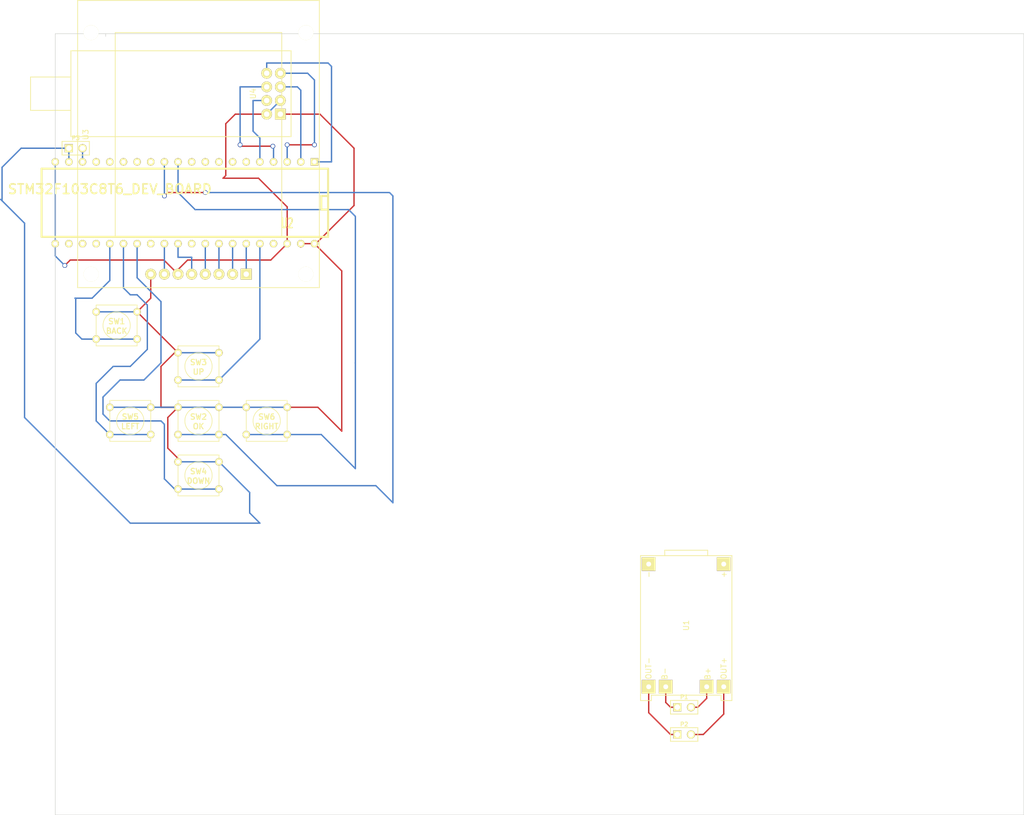
<source format=kicad_pcb>
(kicad_pcb (version 3) (host pcbnew "(2013-jul-07)-stable")

  (general
    (links 50)
    (no_connects 0)
    (area 110.224712 45.790999 303.580001 197.916001)
    (thickness 1.6)
    (drawings 6)
    (tracks 169)
    (zones 0)
    (modules 13)
    (nets 25)
  )

  (page A3)
  (layers
    (15 F.Cu signal)
    (0 B.Cu signal)
    (16 B.Adhes user)
    (17 F.Adhes user)
    (18 B.Paste user)
    (19 F.Paste user)
    (20 B.SilkS user)
    (21 F.SilkS user)
    (22 B.Mask user)
    (23 F.Mask user)
    (24 Dwgs.User user)
    (25 Cmts.User user)
    (26 Eco1.User user)
    (27 Eco2.User user)
    (28 Edge.Cuts user)
  )

  (setup
    (last_trace_width 0.254)
    (trace_clearance 0.254)
    (zone_clearance 0.508)
    (zone_45_only no)
    (trace_min 0.254)
    (segment_width 0.2)
    (edge_width 0.1)
    (via_size 0.889)
    (via_drill 0.635)
    (via_min_size 0.889)
    (via_min_drill 0.508)
    (uvia_size 0.508)
    (uvia_drill 0.127)
    (uvias_allowed no)
    (uvia_min_size 0.508)
    (uvia_min_drill 0.127)
    (pcb_text_width 0.3)
    (pcb_text_size 1.5 1.5)
    (mod_edge_width 0.15)
    (mod_text_size 1 1)
    (mod_text_width 0.15)
    (pad_size 2.8 2.8)
    (pad_drill 2.8)
    (pad_to_mask_clearance 0)
    (aux_axis_origin 0 0)
    (visible_elements FFFFFFBF)
    (pcbplotparams
      (layerselection 3178497)
      (usegerberextensions true)
      (excludeedgelayer true)
      (linewidth 0.150000)
      (plotframeref false)
      (viasonmask false)
      (mode 1)
      (useauxorigin false)
      (hpglpennumber 1)
      (hpglpenspeed 20)
      (hpglpendiameter 15)
      (hpglpenoverlay 2)
      (psnegative false)
      (psa4output false)
      (plotreference true)
      (plotvalue true)
      (plotothertext true)
      (plotinvisibletext false)
      (padsonsilk false)
      (subtractmaskfromsilk false)
      (outputformat 1)
      (mirror false)
      (drillshape 1)
      (scaleselection 1)
      (outputdirectory ""))
  )

  (net 0 "")
  (net 1 /BL)
  (net 2 /CS)
  (net 3 /CSN)
  (net 4 /DC)
  (net 5 /IRQ)
  (net 6 /RST)
  (net 7 /SPI1_MOSI)
  (net 8 /SPI1_SCK)
  (net 9 /SPI2_MISO)
  (net 10 /SPI2_MOSI)
  (net 11 /SPI2_SCK)
  (net 12 /SW_BACK)
  (net 13 /SW_DOWN)
  (net 14 /SW_LEFT)
  (net 15 /SW_OK)
  (net 16 /SW_RIGHT)
  (net 17 /SW_UP)
  (net 18 GND)
  (net 19 N-000006)
  (net 20 N-000007)
  (net 21 N-000008)
  (net 22 N-000009)
  (net 23 VCC)
  (net 24 VDD)

  (net_class Default "This is the default net class."
    (clearance 0.254)
    (trace_width 0.254)
    (via_dia 0.889)
    (via_drill 0.635)
    (uvia_dia 0.508)
    (uvia_drill 0.127)
    (add_net "")
    (add_net /BL)
    (add_net /CS)
    (add_net /CSN)
    (add_net /DC)
    (add_net /IRQ)
    (add_net /RST)
    (add_net /SPI1_MOSI)
    (add_net /SPI1_SCK)
    (add_net /SPI2_MISO)
    (add_net /SPI2_MOSI)
    (add_net /SPI2_SCK)
    (add_net /SW_BACK)
    (add_net /SW_DOWN)
    (add_net /SW_LEFT)
    (add_net /SW_OK)
    (add_net /SW_RIGHT)
    (add_net /SW_UP)
    (add_net GND)
    (add_net N-000006)
    (add_net N-000007)
    (add_net N-000008)
    (add_net N-000009)
    (add_net VCC)
    (add_net VDD)
  )

  (module TFT-1.8-128x160-SPI (layer F.Cu) (tedit 5721BE68) (tstamp 5721B901)
    (at 149.86 71.12 270)
    (path /5721AF44)
    (fp_text reference U3 (at 0 21 270) (layer F.SilkS)
      (effects (font (size 1 1) (thickness 0.15)))
    )
    (fp_text value TFT-1.8-128X160-SPI (at 0 0 270) (layer F.SilkS) hide
      (effects (font (size 1 1) (thickness 0.15)))
    )
    (fp_line (start -25 -22.5) (end 28.5 -22.5) (layer F.SilkS) (width 0.15))
    (fp_line (start -25 22.5) (end 28.5 22.5) (layer F.SilkS) (width 0.15))
    (fp_line (start 28.5 22.5) (end 28.5 -22.5) (layer F.SilkS) (width 0.15))
    (fp_line (start -19 15.5) (end -19 -15.5) (layer F.SilkS) (width 0.15))
    (fp_line (start -19 -15.5) (end 19 -15.5) (layer F.SilkS) (width 0.15))
    (fp_line (start 19 -15.5) (end 19 15.5) (layer F.SilkS) (width 0.15))
    (fp_line (start 19 15.5) (end -19 15.5) (layer F.SilkS) (width 0.15))
    (fp_line (start -25 -22.5) (end -25 22.5) (layer F.SilkS) (width 0.15))
    (pad 5 thru_hole circle (at 26 1.27 270) (size 2.032 2.032) (drill 1)
      (layers *.Cu *.Mask F.SilkS)
      (net 8 /SPI1_SCK)
    )
    (pad 6 thru_hole circle (at 26 3.81 270) (size 2.032 2.032) (drill 1)
      (layers *.Cu *.Mask F.SilkS)
      (net 23 VCC)
    )
    (pad 7 thru_hole circle (at 26 6.35 270) (size 2.032 2.032) (drill 1)
      (layers *.Cu *.Mask F.SilkS)
      (net 1 /BL)
    )
    (pad 8 thru_hole circle (at 26 8.89 270) (size 2.032 2.032) (drill 1)
      (layers *.Cu *.Mask F.SilkS)
      (net 18 GND)
    )
    (pad 4 thru_hole circle (at 26 -1.27 270) (size 2.032 2.032) (drill 1)
      (layers *.Cu *.Mask F.SilkS)
      (net 7 /SPI1_MOSI)
    )
    (pad 3 thru_hole circle (at 26 -3.81 270) (size 2.032 2.032) (drill 1)
      (layers *.Cu *.Mask F.SilkS)
      (net 4 /DC)
    )
    (pad 2 thru_hole circle (at 26 -6.35 270) (size 2.032 2.032) (drill 1)
      (layers *.Cu *.Mask F.SilkS)
      (net 2 /CS)
    )
    (pad 1 thru_hole rect (at 26 -8.89 270) (size 2.032 2.032) (drill 1)
      (layers *.Cu *.Mask F.SilkS)
      (net 6 /RST)
    )
    (pad "" np_thru_hole circle (at -19 20 270) (size 2.8 2.8) (drill 2.8)
      (layers *.Cu *.Mask F.SilkS)
    )
    (pad "" np_thru_hole circle (at 26 20 270) (size 2.8 2.8) (drill 2.8)
      (layers *.Cu *.Mask F.SilkS)
    )
    (pad "" np_thru_hole circle (at 26 -20 270) (size 2.8 2.8) (drill 2.8)
      (layers *.Cu *.Mask F.SilkS)
    )
    (pad "" np_thru_hole circle (at -19 -20 270) (size 2.8 2.8) (drill 2.8)
      (layers *.Cu *.Mask F.SilkS)
    )
  )

  (module SW_PUSH_SMALL (layer F.Cu) (tedit 46544DB3) (tstamp 5721B90E)
    (at 149.86 114.3)
    (path /5721BCA3)
    (fp_text reference SW3 (at 0 -0.762) (layer F.SilkS)
      (effects (font (size 1.016 1.016) (thickness 0.2032)))
    )
    (fp_text value UP (at 0 1.016) (layer F.SilkS)
      (effects (font (size 1.016 1.016) (thickness 0.2032)))
    )
    (fp_circle (center 0 0) (end 0 -2.54) (layer F.SilkS) (width 0.127))
    (fp_line (start -3.81 -3.81) (end 3.81 -3.81) (layer F.SilkS) (width 0.127))
    (fp_line (start 3.81 -3.81) (end 3.81 3.81) (layer F.SilkS) (width 0.127))
    (fp_line (start 3.81 3.81) (end -3.81 3.81) (layer F.SilkS) (width 0.127))
    (fp_line (start -3.81 -3.81) (end -3.81 3.81) (layer F.SilkS) (width 0.127))
    (pad 1 thru_hole circle (at 3.81 -2.54) (size 1.397 1.397) (drill 0.8128)
      (layers *.Cu *.Mask F.SilkS)
      (net 18 GND)
    )
    (pad 2 thru_hole circle (at 3.81 2.54) (size 1.397 1.397) (drill 0.8128)
      (layers *.Cu *.Mask F.SilkS)
      (net 17 /SW_UP)
    )
    (pad 1 thru_hole circle (at -3.81 -2.54) (size 1.397 1.397) (drill 0.8128)
      (layers *.Cu *.Mask F.SilkS)
      (net 18 GND)
    )
    (pad 2 thru_hole circle (at -3.81 2.54) (size 1.397 1.397) (drill 0.8128)
      (layers *.Cu *.Mask F.SilkS)
      (net 17 /SW_UP)
    )
  )

  (module SW_PUSH_SMALL (layer F.Cu) (tedit 46544DB3) (tstamp 5721B91B)
    (at 162.56 124.46)
    (path /5721BCB0)
    (fp_text reference SW6 (at 0 -0.762) (layer F.SilkS)
      (effects (font (size 1.016 1.016) (thickness 0.2032)))
    )
    (fp_text value RIGHT (at 0 1.016) (layer F.SilkS)
      (effects (font (size 1.016 1.016) (thickness 0.2032)))
    )
    (fp_circle (center 0 0) (end 0 -2.54) (layer F.SilkS) (width 0.127))
    (fp_line (start -3.81 -3.81) (end 3.81 -3.81) (layer F.SilkS) (width 0.127))
    (fp_line (start 3.81 -3.81) (end 3.81 3.81) (layer F.SilkS) (width 0.127))
    (fp_line (start 3.81 3.81) (end -3.81 3.81) (layer F.SilkS) (width 0.127))
    (fp_line (start -3.81 -3.81) (end -3.81 3.81) (layer F.SilkS) (width 0.127))
    (pad 1 thru_hole circle (at 3.81 -2.54) (size 1.397 1.397) (drill 0.8128)
      (layers *.Cu *.Mask F.SilkS)
      (net 18 GND)
    )
    (pad 2 thru_hole circle (at 3.81 2.54) (size 1.397 1.397) (drill 0.8128)
      (layers *.Cu *.Mask F.SilkS)
      (net 16 /SW_RIGHT)
    )
    (pad 1 thru_hole circle (at -3.81 -2.54) (size 1.397 1.397) (drill 0.8128)
      (layers *.Cu *.Mask F.SilkS)
      (net 18 GND)
    )
    (pad 2 thru_hole circle (at -3.81 2.54) (size 1.397 1.397) (drill 0.8128)
      (layers *.Cu *.Mask F.SilkS)
      (net 16 /SW_RIGHT)
    )
  )

  (module SW_PUSH_SMALL (layer F.Cu) (tedit 46544DB3) (tstamp 5721B928)
    (at 149.86 134.62)
    (path /5721BCB6)
    (fp_text reference SW4 (at 0 -0.762) (layer F.SilkS)
      (effects (font (size 1.016 1.016) (thickness 0.2032)))
    )
    (fp_text value DOWN (at 0 1.016) (layer F.SilkS)
      (effects (font (size 1.016 1.016) (thickness 0.2032)))
    )
    (fp_circle (center 0 0) (end 0 -2.54) (layer F.SilkS) (width 0.127))
    (fp_line (start -3.81 -3.81) (end 3.81 -3.81) (layer F.SilkS) (width 0.127))
    (fp_line (start 3.81 -3.81) (end 3.81 3.81) (layer F.SilkS) (width 0.127))
    (fp_line (start 3.81 3.81) (end -3.81 3.81) (layer F.SilkS) (width 0.127))
    (fp_line (start -3.81 -3.81) (end -3.81 3.81) (layer F.SilkS) (width 0.127))
    (pad 1 thru_hole circle (at 3.81 -2.54) (size 1.397 1.397) (drill 0.8128)
      (layers *.Cu *.Mask F.SilkS)
      (net 18 GND)
    )
    (pad 2 thru_hole circle (at 3.81 2.54) (size 1.397 1.397) (drill 0.8128)
      (layers *.Cu *.Mask F.SilkS)
      (net 13 /SW_DOWN)
    )
    (pad 1 thru_hole circle (at -3.81 -2.54) (size 1.397 1.397) (drill 0.8128)
      (layers *.Cu *.Mask F.SilkS)
      (net 18 GND)
    )
    (pad 2 thru_hole circle (at -3.81 2.54) (size 1.397 1.397) (drill 0.8128)
      (layers *.Cu *.Mask F.SilkS)
      (net 13 /SW_DOWN)
    )
  )

  (module SW_PUSH_SMALL (layer F.Cu) (tedit 46544DB3) (tstamp 5721B935)
    (at 137.16 124.46)
    (path /5721BCBC)
    (fp_text reference SW5 (at 0 -0.762) (layer F.SilkS)
      (effects (font (size 1.016 1.016) (thickness 0.2032)))
    )
    (fp_text value LEFT (at 0 1.016) (layer F.SilkS)
      (effects (font (size 1.016 1.016) (thickness 0.2032)))
    )
    (fp_circle (center 0 0) (end 0 -2.54) (layer F.SilkS) (width 0.127))
    (fp_line (start -3.81 -3.81) (end 3.81 -3.81) (layer F.SilkS) (width 0.127))
    (fp_line (start 3.81 -3.81) (end 3.81 3.81) (layer F.SilkS) (width 0.127))
    (fp_line (start 3.81 3.81) (end -3.81 3.81) (layer F.SilkS) (width 0.127))
    (fp_line (start -3.81 -3.81) (end -3.81 3.81) (layer F.SilkS) (width 0.127))
    (pad 1 thru_hole circle (at 3.81 -2.54) (size 1.397 1.397) (drill 0.8128)
      (layers *.Cu *.Mask F.SilkS)
      (net 18 GND)
    )
    (pad 2 thru_hole circle (at 3.81 2.54) (size 1.397 1.397) (drill 0.8128)
      (layers *.Cu *.Mask F.SilkS)
      (net 14 /SW_LEFT)
    )
    (pad 1 thru_hole circle (at -3.81 -2.54) (size 1.397 1.397) (drill 0.8128)
      (layers *.Cu *.Mask F.SilkS)
      (net 18 GND)
    )
    (pad 2 thru_hole circle (at -3.81 2.54) (size 1.397 1.397) (drill 0.8128)
      (layers *.Cu *.Mask F.SilkS)
      (net 14 /SW_LEFT)
    )
  )

  (module SW_PUSH_SMALL (layer F.Cu) (tedit 46544DB3) (tstamp 5721B942)
    (at 149.86 124.46)
    (path /5721BCC2)
    (fp_text reference SW2 (at 0 -0.762) (layer F.SilkS)
      (effects (font (size 1.016 1.016) (thickness 0.2032)))
    )
    (fp_text value OK (at 0 1.016) (layer F.SilkS)
      (effects (font (size 1.016 1.016) (thickness 0.2032)))
    )
    (fp_circle (center 0 0) (end 0 -2.54) (layer F.SilkS) (width 0.127))
    (fp_line (start -3.81 -3.81) (end 3.81 -3.81) (layer F.SilkS) (width 0.127))
    (fp_line (start 3.81 -3.81) (end 3.81 3.81) (layer F.SilkS) (width 0.127))
    (fp_line (start 3.81 3.81) (end -3.81 3.81) (layer F.SilkS) (width 0.127))
    (fp_line (start -3.81 -3.81) (end -3.81 3.81) (layer F.SilkS) (width 0.127))
    (pad 1 thru_hole circle (at 3.81 -2.54) (size 1.397 1.397) (drill 0.8128)
      (layers *.Cu *.Mask F.SilkS)
      (net 18 GND)
    )
    (pad 2 thru_hole circle (at 3.81 2.54) (size 1.397 1.397) (drill 0.8128)
      (layers *.Cu *.Mask F.SilkS)
      (net 15 /SW_OK)
    )
    (pad 1 thru_hole circle (at -3.81 -2.54) (size 1.397 1.397) (drill 0.8128)
      (layers *.Cu *.Mask F.SilkS)
      (net 18 GND)
    )
    (pad 2 thru_hole circle (at -3.81 2.54) (size 1.397 1.397) (drill 0.8128)
      (layers *.Cu *.Mask F.SilkS)
      (net 15 /SW_OK)
    )
  )

  (module SW_PUSH_SMALL (layer F.Cu) (tedit 46544DB3) (tstamp 5721B94F)
    (at 134.62 106.68)
    (path /5721BCFF)
    (fp_text reference SW1 (at 0 -0.762) (layer F.SilkS)
      (effects (font (size 1.016 1.016) (thickness 0.2032)))
    )
    (fp_text value BACK (at 0 1.016) (layer F.SilkS)
      (effects (font (size 1.016 1.016) (thickness 0.2032)))
    )
    (fp_circle (center 0 0) (end 0 -2.54) (layer F.SilkS) (width 0.127))
    (fp_line (start -3.81 -3.81) (end 3.81 -3.81) (layer F.SilkS) (width 0.127))
    (fp_line (start 3.81 -3.81) (end 3.81 3.81) (layer F.SilkS) (width 0.127))
    (fp_line (start 3.81 3.81) (end -3.81 3.81) (layer F.SilkS) (width 0.127))
    (fp_line (start -3.81 -3.81) (end -3.81 3.81) (layer F.SilkS) (width 0.127))
    (pad 1 thru_hole circle (at 3.81 -2.54) (size 1.397 1.397) (drill 0.8128)
      (layers *.Cu *.Mask F.SilkS)
      (net 18 GND)
    )
    (pad 2 thru_hole circle (at 3.81 2.54) (size 1.397 1.397) (drill 0.8128)
      (layers *.Cu *.Mask F.SilkS)
      (net 12 /SW_BACK)
    )
    (pad 1 thru_hole circle (at -3.81 -2.54) (size 1.397 1.397) (drill 0.8128)
      (layers *.Cu *.Mask F.SilkS)
      (net 18 GND)
    )
    (pad 2 thru_hole circle (at -3.81 2.54) (size 1.397 1.397) (drill 0.8128)
      (layers *.Cu *.Mask F.SilkS)
      (net 12 /SW_BACK)
    )
  )

  (module PIN_ARRAY_2X1 (layer F.Cu) (tedit 4565C520) (tstamp 5721B965)
    (at 240.284 182.88)
    (descr "Connecteurs 2 pins")
    (tags "CONN DEV")
    (path /5721B0AF)
    (fp_text reference P2 (at 0 -1.905) (layer F.SilkS)
      (effects (font (size 0.762 0.762) (thickness 0.1524)))
    )
    (fp_text value CONN_2 (at 0 -1.905) (layer F.SilkS) hide
      (effects (font (size 0.762 0.762) (thickness 0.1524)))
    )
    (fp_line (start -2.54 1.27) (end -2.54 -1.27) (layer F.SilkS) (width 0.1524))
    (fp_line (start -2.54 -1.27) (end 2.54 -1.27) (layer F.SilkS) (width 0.1524))
    (fp_line (start 2.54 -1.27) (end 2.54 1.27) (layer F.SilkS) (width 0.1524))
    (fp_line (start 2.54 1.27) (end -2.54 1.27) (layer F.SilkS) (width 0.1524))
    (pad 1 thru_hole rect (at -1.27 0) (size 1.524 1.524) (drill 1.016)
      (layers *.Cu *.Mask F.SilkS)
      (net 22 N-000009)
    )
    (pad 2 thru_hole circle (at 1.27 0) (size 1.524 1.524) (drill 1.016)
      (layers *.Cu *.Mask F.SilkS)
      (net 21 N-000008)
    )
    (model pin_array/pins_array_2x1.wrl
      (at (xyz 0 0 0))
      (scale (xyz 1 1 1))
      (rotate (xyz 0 0 0))
    )
  )

  (module PIN_ARRAY_2X1 (layer F.Cu) (tedit 4565C520) (tstamp 5721B96F)
    (at 240.284 177.8)
    (descr "Connecteurs 2 pins")
    (tags "CONN DEV")
    (path /5721B0BC)
    (fp_text reference P1 (at 0 -1.905) (layer F.SilkS)
      (effects (font (size 0.762 0.762) (thickness 0.1524)))
    )
    (fp_text value CONN_2 (at 0 -1.905) (layer F.SilkS) hide
      (effects (font (size 0.762 0.762) (thickness 0.1524)))
    )
    (fp_line (start -2.54 1.27) (end -2.54 -1.27) (layer F.SilkS) (width 0.1524))
    (fp_line (start -2.54 -1.27) (end 2.54 -1.27) (layer F.SilkS) (width 0.1524))
    (fp_line (start 2.54 -1.27) (end 2.54 1.27) (layer F.SilkS) (width 0.1524))
    (fp_line (start 2.54 1.27) (end -2.54 1.27) (layer F.SilkS) (width 0.1524))
    (pad 1 thru_hole rect (at -1.27 0) (size 1.524 1.524) (drill 1.016)
      (layers *.Cu *.Mask F.SilkS)
      (net 20 N-000007)
    )
    (pad 2 thru_hole circle (at 1.27 0) (size 1.524 1.524) (drill 1.016)
      (layers *.Cu *.Mask F.SilkS)
      (net 19 N-000006)
    )
    (model pin_array/pins_array_2x1.wrl
      (at (xyz 0 0 0))
      (scale (xyz 1 1 1))
      (rotate (xyz 0 0 0))
    )
  )

  (module PIN_ARRAY_2X1 (layer F.Cu) (tedit 4565C520) (tstamp 5721B979)
    (at 127 73.66)
    (descr "Connecteurs 2 pins")
    (tags "CONN DEV")
    (path /5721B3A5)
    (fp_text reference P3 (at 0 -1.905) (layer F.SilkS)
      (effects (font (size 0.762 0.762) (thickness 0.1524)))
    )
    (fp_text value CONN_2 (at 0 -1.905) (layer F.SilkS) hide
      (effects (font (size 0.762 0.762) (thickness 0.1524)))
    )
    (fp_line (start -2.54 1.27) (end -2.54 -1.27) (layer F.SilkS) (width 0.1524))
    (fp_line (start -2.54 -1.27) (end 2.54 -1.27) (layer F.SilkS) (width 0.1524))
    (fp_line (start 2.54 -1.27) (end 2.54 1.27) (layer F.SilkS) (width 0.1524))
    (fp_line (start 2.54 1.27) (end -2.54 1.27) (layer F.SilkS) (width 0.1524))
    (pad 1 thru_hole rect (at -1.27 0) (size 1.524 1.524) (drill 1.016)
      (layers *.Cu *.Mask F.SilkS)
      (net 18 GND)
    )
    (pad 2 thru_hole circle (at 1.27 0) (size 1.524 1.524) (drill 1.016)
      (layers *.Cu *.Mask F.SilkS)
      (net 24 VDD)
    )
    (model pin_array/pins_array_2x1.wrl
      (at (xyz 0 0 0))
      (scale (xyz 1 1 1))
      (rotate (xyz 0 0 0))
    )
  )

  (module NRF24L01P-PA-LNA (layer F.Cu) (tedit 57200DD6) (tstamp 5721B98C)
    (at 165.1 63.5 90)
    (path /5721AF62)
    (fp_text reference U4 (at 0 -5.08 90) (layer F.SilkS)
      (effects (font (size 1 1) (thickness 0.15)))
    )
    (fp_text value NRF24L01P (at 0 -12.7 90) (layer F.SilkS) hide
      (effects (font (size 1 1) (thickness 0.15)))
    )
    (fp_line (start -3.1 -39.1) (end -3.1 -46.5) (layer F.SilkS) (width 0.15))
    (fp_line (start -3.1 -46.5) (end 3.1 -46.5) (layer F.SilkS) (width 0.15))
    (fp_line (start 3.1 -46.5) (end 3.1 -39) (layer F.SilkS) (width 0.15))
    (fp_line (start -8 2) (end 8 2) (layer F.SilkS) (width 0.15))
    (fp_line (start 8 2) (end 8 -39) (layer F.SilkS) (width 0.15))
    (fp_line (start 8 -39) (end -8 -39) (layer F.SilkS) (width 0.15))
    (fp_line (start -8 -39) (end -8 2) (layer F.SilkS) (width 0.15))
    (pad 1 thru_hole rect (at -3.81 0 90) (size 2 2) (drill 1)
      (layers *.Cu *.Mask F.SilkS)
      (net 18 GND)
    )
    (pad 2 thru_hole circle (at -3.81 -2.54 90) (size 2 2) (drill 1)
      (layers *.Cu *.Mask F.SilkS)
      (net 23 VCC)
    )
    (pad 3 thru_hole circle (at -1.27 0 90) (size 2 2) (drill 1)
      (layers *.Cu *.Mask F.SilkS)
      (net 23 VCC)
    )
    (pad 4 thru_hole circle (at -1.27 -2.54 90) (size 2 2) (drill 1)
      (layers *.Cu *.Mask F.SilkS)
      (net 3 /CSN)
    )
    (pad 5 thru_hole circle (at 1.27 0 90) (size 2 2) (drill 1)
      (layers *.Cu *.Mask F.SilkS)
      (net 11 /SPI2_SCK)
    )
    (pad 6 thru_hole circle (at 1.27 -2.54 90) (size 2 2) (drill 1)
      (layers *.Cu *.Mask F.SilkS)
      (net 10 /SPI2_MOSI)
    )
    (pad 7 thru_hole circle (at 3.81 0 90) (size 2 2) (drill 1)
      (layers *.Cu *.Mask F.SilkS)
      (net 9 /SPI2_MISO)
    )
    (pad 8 thru_hole circle (at 3.81 -2.54 90) (size 2 2) (drill 1)
      (layers *.Cu *.Mask F.SilkS)
      (net 5 /IRQ)
    )
  )

  (module LiPo_charger_and_protection (layer F.Cu) (tedit 5701FD50) (tstamp 5721B9A9)
    (at 240.665 162.56 270)
    (path /5721AF71)
    (fp_text reference U1 (at 0 0 270) (layer F.SilkS)
      (effects (font (size 1 1) (thickness 0.15)))
    )
    (fp_text value LIPO_CHARGER_+_PROTECTION (at 0 7 270) (layer F.SilkS) hide
      (effects (font (size 1 1) (thickness 0.15)))
    )
    (fp_text user - (at -9.5 7 270) (layer F.SilkS)
      (effects (font (size 1 1) (thickness 0.15)))
    )
    (fp_text user + (at -9.5 -7 270) (layer F.SilkS)
      (effects (font (size 1 1) (thickness 0.15)))
    )
    (fp_text user OUT- (at 8 7 270) (layer F.SilkS)
      (effects (font (size 1 1) (thickness 0.15)))
    )
    (fp_text user OUT+ (at 8 -7 270) (layer F.SilkS)
      (effects (font (size 1 1) (thickness 0.15)))
    )
    (fp_text user B- (at 9 4 270) (layer F.SilkS)
      (effects (font (size 1 1) (thickness 0.15)))
    )
    (fp_text user B+ (at 9 -4 270) (layer F.SilkS)
      (effects (font (size 1 1) (thickness 0.15)))
    )
    (fp_line (start 13 -6.5) (end 13 6.5) (layer F.SilkS) (width 0.15))
    (fp_line (start 13 8.5) (end 14 8.5) (layer F.SilkS) (width 0.15))
    (fp_line (start 14 8.5) (end 14 6.5) (layer F.SilkS) (width 0.15))
    (fp_line (start 14 6.5) (end 13 6.5) (layer F.SilkS) (width 0.15))
    (fp_line (start 13 -8.5) (end 14 -8.5) (layer F.SilkS) (width 0.15))
    (fp_line (start 14 -8.5) (end 14 -6.5) (layer F.SilkS) (width 0.15))
    (fp_line (start 14 -6.5) (end 13 -6.5) (layer F.SilkS) (width 0.15))
    (fp_line (start -13 -4) (end -14 -4) (layer F.SilkS) (width 0.15))
    (fp_line (start -14 -4) (end -14 4) (layer F.SilkS) (width 0.15))
    (fp_line (start -14 4) (end -13 4) (layer F.SilkS) (width 0.15))
    (fp_line (start -13 -8.5) (end -13 8.5) (layer F.SilkS) (width 0.15))
    (fp_line (start -13 8.5) (end 13 8.5) (layer F.SilkS) (width 0.15))
    (fp_line (start 13 -8.5) (end -13 -8.5) (layer F.SilkS) (width 0.15))
    (pad 3 thru_hole rect (at 11.43 -6.985 270) (size 2.54 2.54) (drill 0.9)
      (layers *.Cu *.Mask F.SilkS)
      (net 21 N-000008)
    )
    (pad 1 thru_hole rect (at 11.43 -3.81 270) (size 2.54 2.54) (drill 0.9)
      (layers *.Cu *.Mask F.SilkS)
      (net 19 N-000006)
    )
    (pad 4 thru_hole rect (at 11.43 6.985 270) (size 2.54 2.54) (drill 0.9)
      (layers *.Cu *.Mask F.SilkS)
      (net 22 N-000009)
    )
    (pad 2 thru_hole rect (at 11.43 3.81 270) (size 2.54 2.54) (drill 0.9)
      (layers *.Cu *.Mask F.SilkS)
      (net 20 N-000007)
    )
    (pad 5 thru_hole rect (at -11.43 -6.985 270) (size 2.54 2.54) (drill 0.9)
      (layers *.Cu *.Mask F.SilkS)
    )
    (pad 6 thru_hole rect (at -11.43 6.985 270) (size 2.54 2.54) (drill 0.9)
      (layers *.Cu *.Mask F.SilkS)
    )
  )

  (module DIP-40__600 (layer F.Cu) (tedit 200000) (tstamp 5721B9DC)
    (at 147.32 83.82 180)
    (descr "Module Dil 40 pins, pads ronds, e=600 mils")
    (tags DIL)
    (path /5721AF53)
    (fp_text reference U2 (at -19.05 -3.81 180) (layer F.SilkS)
      (effects (font (size 1.778 1.143) (thickness 0.3048)))
    )
    (fp_text value STM32F103C8T6_DEV_BOARD (at 13.97 2.54 180) (layer F.SilkS)
      (effects (font (size 1.778 1.778) (thickness 0.3048)))
    )
    (fp_line (start -26.67 -1.27) (end -25.4 -1.27) (layer F.SilkS) (width 0.381))
    (fp_line (start -25.4 -1.27) (end -25.4 1.27) (layer F.SilkS) (width 0.381))
    (fp_line (start -25.4 1.27) (end -26.67 1.27) (layer F.SilkS) (width 0.381))
    (fp_line (start -26.67 -6.35) (end 26.67 -6.35) (layer F.SilkS) (width 0.381))
    (fp_line (start 26.67 -6.35) (end 26.67 6.35) (layer F.SilkS) (width 0.381))
    (fp_line (start 26.67 6.35) (end -26.67 6.35) (layer F.SilkS) (width 0.381))
    (fp_line (start -26.67 6.35) (end -26.67 -6.35) (layer F.SilkS) (width 0.381))
    (pad 1 thru_hole rect (at -24.13 7.62 180) (size 1.397 1.397) (drill 0.8128)
      (layers *.Cu *.Mask F.SilkS)
      (net 5 /IRQ)
    )
    (pad 2 thru_hole circle (at -21.59 7.62 180) (size 1.397 1.397) (drill 0.8128)
      (layers *.Cu *.Mask F.SilkS)
      (net 11 /SPI2_SCK)
    )
    (pad 3 thru_hole circle (at -19.05 7.62 180) (size 1.397 1.397) (drill 0.8128)
      (layers *.Cu *.Mask F.SilkS)
      (net 9 /SPI2_MISO)
    )
    (pad 4 thru_hole circle (at -16.51 7.62 180) (size 1.397 1.397) (drill 0.8128)
      (layers *.Cu *.Mask F.SilkS)
      (net 10 /SPI2_MOSI)
    )
    (pad 5 thru_hole circle (at -13.97 7.62 180) (size 1.397 1.397) (drill 0.8128)
      (layers *.Cu *.Mask F.SilkS)
      (net 3 /CSN)
    )
    (pad 6 thru_hole circle (at -11.43 7.62 180) (size 1.397 1.397) (drill 0.8128)
      (layers *.Cu *.Mask F.SilkS)
    )
    (pad 7 thru_hole circle (at -8.89 7.62 180) (size 1.397 1.397) (drill 0.8128)
      (layers *.Cu *.Mask F.SilkS)
    )
    (pad 8 thru_hole circle (at -6.35 7.62 180) (size 1.397 1.397) (drill 0.8128)
      (layers *.Cu *.Mask F.SilkS)
    )
    (pad 9 thru_hole circle (at -3.81 7.62 180) (size 1.397 1.397) (drill 0.8128)
      (layers *.Cu *.Mask F.SilkS)
    )
    (pad 10 thru_hole circle (at -1.27 7.62 180) (size 1.397 1.397) (drill 0.8128)
      (layers *.Cu *.Mask F.SilkS)
    )
    (pad 11 thru_hole circle (at 1.27 7.62 180) (size 1.397 1.397) (drill 0.8128)
      (layers *.Cu *.Mask F.SilkS)
      (net 16 /SW_RIGHT)
    )
    (pad 12 thru_hole circle (at 3.81 7.62 180) (size 1.397 1.397) (drill 0.8128)
      (layers *.Cu *.Mask F.SilkS)
      (net 15 /SW_OK)
    )
    (pad 13 thru_hole circle (at 6.35 7.62 180) (size 1.397 1.397) (drill 0.8128)
      (layers *.Cu *.Mask F.SilkS)
    )
    (pad 14 thru_hole circle (at 8.89 7.62 180) (size 1.397 1.397) (drill 0.8128)
      (layers *.Cu *.Mask F.SilkS)
    )
    (pad 15 thru_hole circle (at 11.43 7.62 180) (size 1.397 1.397) (drill 0.8128)
      (layers *.Cu *.Mask F.SilkS)
    )
    (pad 16 thru_hole circle (at 13.97 7.62 180) (size 1.397 1.397) (drill 0.8128)
      (layers *.Cu *.Mask F.SilkS)
    )
    (pad 17 thru_hole circle (at 16.51 7.62 180) (size 1.397 1.397) (drill 0.8128)
      (layers *.Cu *.Mask F.SilkS)
    )
    (pad 18 thru_hole circle (at 19.05 7.62 180) (size 1.397 1.397) (drill 0.8128)
      (layers *.Cu *.Mask F.SilkS)
      (net 24 VDD)
    )
    (pad 19 thru_hole circle (at 21.59 7.62 180) (size 1.397 1.397) (drill 0.8128)
      (layers *.Cu *.Mask F.SilkS)
      (net 18 GND)
    )
    (pad 20 thru_hole circle (at 24.13 7.62 180) (size 1.397 1.397) (drill 0.8128)
      (layers *.Cu *.Mask F.SilkS)
      (net 23 VCC)
    )
    (pad 21 thru_hole circle (at 24.13 -7.62 180) (size 1.397 1.397) (drill 0.8128)
      (layers *.Cu *.Mask F.SilkS)
      (net 23 VCC)
    )
    (pad 22 thru_hole circle (at 21.59 -7.62 180) (size 1.397 1.397) (drill 0.8128)
      (layers *.Cu *.Mask F.SilkS)
    )
    (pad 23 thru_hole circle (at 19.05 -7.62 180) (size 1.397 1.397) (drill 0.8128)
      (layers *.Cu *.Mask F.SilkS)
    )
    (pad 24 thru_hole circle (at 16.51 -7.62 180) (size 1.397 1.397) (drill 0.8128)
      (layers *.Cu *.Mask F.SilkS)
    )
    (pad 25 thru_hole circle (at 13.97 -7.62 180) (size 1.397 1.397) (drill 0.8128)
      (layers *.Cu *.Mask F.SilkS)
      (net 12 /SW_BACK)
    )
    (pad 26 thru_hole circle (at 11.43 -7.62 180) (size 1.397 1.397) (drill 0.8128)
      (layers *.Cu *.Mask F.SilkS)
      (net 14 /SW_LEFT)
    )
    (pad 27 thru_hole circle (at 8.89 -7.62 180) (size 1.397 1.397) (drill 0.8128)
      (layers *.Cu *.Mask F.SilkS)
      (net 13 /SW_DOWN)
    )
    (pad 28 thru_hole circle (at 6.35 -7.62 180) (size 1.397 1.397) (drill 0.8128)
      (layers *.Cu *.Mask F.SilkS)
    )
    (pad 29 thru_hole circle (at 3.81 -7.62 180) (size 1.397 1.397) (drill 0.8128)
      (layers *.Cu *.Mask F.SilkS)
      (net 1 /BL)
    )
    (pad 30 thru_hole circle (at 1.27 -7.62 180) (size 1.397 1.397) (drill 0.8128)
      (layers *.Cu *.Mask F.SilkS)
      (net 8 /SPI1_SCK)
    )
    (pad 31 thru_hole circle (at -1.27 -7.62 180) (size 1.397 1.397) (drill 0.8128)
      (layers *.Cu *.Mask F.SilkS)
    )
    (pad 32 thru_hole circle (at -3.81 -7.62 180) (size 1.397 1.397) (drill 0.8128)
      (layers *.Cu *.Mask F.SilkS)
      (net 7 /SPI1_MOSI)
    )
    (pad 33 thru_hole circle (at -6.35 -7.62 180) (size 1.397 1.397) (drill 0.8128)
      (layers *.Cu *.Mask F.SilkS)
      (net 4 /DC)
    )
    (pad 34 thru_hole circle (at -8.89 -7.62 180) (size 1.397 1.397) (drill 0.8128)
      (layers *.Cu *.Mask F.SilkS)
      (net 2 /CS)
    )
    (pad 35 thru_hole circle (at -11.43 -7.62 180) (size 1.397 1.397) (drill 0.8128)
      (layers *.Cu *.Mask F.SilkS)
      (net 6 /RST)
    )
    (pad 36 thru_hole circle (at -13.97 -7.62 180) (size 1.397 1.397) (drill 0.8128)
      (layers *.Cu *.Mask F.SilkS)
      (net 17 /SW_UP)
    )
    (pad 37 thru_hole circle (at -16.51 -7.62 180) (size 1.397 1.397) (drill 0.8128)
      (layers *.Cu *.Mask F.SilkS)
    )
    (pad 38 thru_hole circle (at -19.05 -7.62 180) (size 1.397 1.397) (drill 0.8128)
      (layers *.Cu *.Mask F.SilkS)
      (net 23 VCC)
    )
    (pad 39 thru_hole circle (at -21.59 -7.62 180) (size 1.397 1.397) (drill 0.8128)
      (layers *.Cu *.Mask F.SilkS)
      (net 18 GND)
    )
    (pad 40 thru_hole circle (at -24.13 -7.62 180) (size 1.397 1.397) (drill 0.8128)
      (layers *.Cu *.Mask F.SilkS)
      (net 18 GND)
    )
    (model dil/dil_40-w600.wrl
      (at (xyz 0 0 0))
      (scale (xyz 1 1 1))
      (rotate (xyz 0 0 0))
    )
  )

  (gr_line (start 132.588 52.324) (end 132.588 52.832) (angle 90) (layer Edge.Cuts) (width 0.1))
  (gr_line (start 123.19 52.324) (end 132.588 52.324) (angle 90) (layer Edge.Cuts) (width 0.1))
  (gr_line (start 123.19 197.866) (end 123.19 52.324) (angle 90) (layer Edge.Cuts) (width 0.1))
  (gr_line (start 303.53 197.866) (end 123.19 197.866) (angle 90) (layer Edge.Cuts) (width 0.1))
  (gr_line (start 303.53 52.324) (end 303.53 197.866) (angle 90) (layer Edge.Cuts) (width 0.1))
  (gr_line (start 130.81 52.324) (end 303.53 52.324) (angle 90) (layer Edge.Cuts) (width 0.1))

  (segment (start 143.51 97.12) (end 143.51 91.44) (width 0.254) (layer B.Cu) (net 1))
  (segment (start 156.21 97.12) (end 156.21 91.44) (width 0.254) (layer B.Cu) (net 2))
  (segment (start 161.29 71.755) (end 161.29 76.2) (width 0.254) (layer B.Cu) (net 3) (tstamp 5721C3FB))
  (segment (start 160.02 70.485) (end 161.29 71.755) (width 0.254) (layer B.Cu) (net 3) (tstamp 5721C3FA))
  (segment (start 160.02 64.77) (end 160.02 70.485) (width 0.254) (layer B.Cu) (net 3) (tstamp 5721C3F9))
  (segment (start 162.56 64.77) (end 160.02 64.77) (width 0.254) (layer B.Cu) (net 3))
  (segment (start 153.67 97.12) (end 153.67 91.44) (width 0.254) (layer B.Cu) (net 4))
  (segment (start 162.56 59.69) (end 162.56 57.785) (width 0.254) (layer B.Cu) (net 5))
  (segment (start 174.625 76.2) (end 171.45 76.2) (width 0.254) (layer B.Cu) (net 5) (tstamp 5721C015))
  (segment (start 174.625 58.42) (end 174.625 76.2) (width 0.254) (layer B.Cu) (net 5) (tstamp 5721C014))
  (segment (start 173.99 57.785) (end 174.625 58.42) (width 0.254) (layer B.Cu) (net 5) (tstamp 5721C013))
  (segment (start 162.56 57.785) (end 173.99 57.785) (width 0.254) (layer B.Cu) (net 5) (tstamp 5721C012))
  (segment (start 158.75 97.12) (end 158.75 91.44) (width 0.254) (layer B.Cu) (net 6))
  (segment (start 151.13 97.12) (end 151.13 91.44) (width 0.254) (layer B.Cu) (net 7))
  (segment (start 148.59 97.12) (end 148.59 93.98) (width 0.254) (layer B.Cu) (net 8))
  (segment (start 146.05 93.98) (end 146.05 91.44) (width 0.254) (layer B.Cu) (net 8) (tstamp 5721BE9F))
  (segment (start 148.59 93.98) (end 146.05 93.98) (width 0.254) (layer B.Cu) (net 8) (tstamp 5721BE9E))
  (segment (start 165.1 59.69) (end 170.18 59.69) (width 0.254) (layer B.Cu) (net 9))
  (segment (start 166.37 73.025) (end 166.37 76.2) (width 0.254) (layer B.Cu) (net 9) (tstamp 5721C006))
  (via (at 166.37 73.025) (size 0.889) (layers F.Cu B.Cu) (net 9))
  (segment (start 171.45 73.025) (end 166.37 73.025) (width 0.254) (layer F.Cu) (net 9) (tstamp 5721C003))
  (via (at 171.45 73.025) (size 0.889) (layers F.Cu B.Cu) (net 9))
  (segment (start 171.45 60.96) (end 171.45 73.025) (width 0.254) (layer B.Cu) (net 9) (tstamp 5721BFFF))
  (segment (start 170.18 59.69) (end 171.45 60.96) (width 0.254) (layer B.Cu) (net 9) (tstamp 5721BFFE))
  (segment (start 162.56 62.23) (end 157.607 62.23) (width 0.254) (layer B.Cu) (net 10))
  (segment (start 163.83 73.406) (end 163.83 76.2) (width 0.254) (layer B.Cu) (net 10) (tstamp 5721C423))
  (segment (start 163.703 73.279) (end 163.83 73.406) (width 0.254) (layer B.Cu) (net 10) (tstamp 5721C422))
  (via (at 163.703 73.279) (size 0.889) (layers F.Cu B.Cu) (net 10))
  (segment (start 157.861 73.279) (end 163.703 73.279) (width 0.254) (layer F.Cu) (net 10) (tstamp 5721C420))
  (segment (start 157.607 73.025) (end 157.861 73.279) (width 0.254) (layer F.Cu) (net 10) (tstamp 5721C41F))
  (via (at 157.607 73.025) (size 0.889) (layers F.Cu B.Cu) (net 10))
  (segment (start 157.607 62.23) (end 157.607 73.025) (width 0.254) (layer B.Cu) (net 10) (tstamp 5721C41B))
  (segment (start 168.91 76.2) (end 168.91 62.865) (width 0.254) (layer B.Cu) (net 11))
  (segment (start 168.275 62.23) (end 165.1 62.23) (width 0.254) (layer B.Cu) (net 11) (tstamp 5721BFFB))
  (segment (start 168.91 62.865) (end 168.275 62.23) (width 0.254) (layer B.Cu) (net 11) (tstamp 5721BFFA))
  (segment (start 133.35 91.44) (end 133.35 98.298) (width 0.254) (layer B.Cu) (net 12))
  (segment (start 128.143 109.22) (end 130.81 109.22) (width 0.254) (layer B.Cu) (net 12) (tstamp 5721C573))
  (segment (start 127 108.077) (end 128.143 109.22) (width 0.254) (layer B.Cu) (net 12) (tstamp 5721C571))
  (segment (start 127 101.727) (end 127 108.077) (width 0.254) (layer B.Cu) (net 12) (tstamp 5721C570))
  (segment (start 126.873 101.6) (end 127 101.727) (width 0.254) (layer B.Cu) (net 12) (tstamp 5721C56F))
  (segment (start 130.048 101.6) (end 126.873 101.6) (width 0.254) (layer B.Cu) (net 12) (tstamp 5721C56D))
  (segment (start 133.35 98.298) (end 130.048 101.6) (width 0.254) (layer B.Cu) (net 12) (tstamp 5721C56B))
  (segment (start 130.81 109.22) (end 138.43 109.22) (width 0.254) (layer B.Cu) (net 12))
  (segment (start 146.05 137.16) (end 145.415 137.16) (width 0.254) (layer B.Cu) (net 13))
  (segment (start 138.43 97.79) (end 138.43 91.44) (width 0.254) (layer B.Cu) (net 13) (tstamp 5721C5A1))
  (segment (start 142.875 102.235) (end 138.43 97.79) (width 0.254) (layer B.Cu) (net 13) (tstamp 5721C59F))
  (segment (start 142.875 113.665) (end 142.875 102.235) (width 0.254) (layer B.Cu) (net 13) (tstamp 5721C59D))
  (segment (start 139.7 116.84) (end 142.875 113.665) (width 0.254) (layer B.Cu) (net 13) (tstamp 5721C59B))
  (segment (start 135.255 116.84) (end 139.7 116.84) (width 0.254) (layer B.Cu) (net 13) (tstamp 5721C599))
  (segment (start 132.08 120.015) (end 135.255 116.84) (width 0.254) (layer B.Cu) (net 13) (tstamp 5721C597))
  (segment (start 132.08 123.19) (end 132.08 120.015) (width 0.254) (layer B.Cu) (net 13) (tstamp 5721C595))
  (segment (start 133.35 124.46) (end 132.08 123.19) (width 0.254) (layer B.Cu) (net 13) (tstamp 5721C593))
  (segment (start 142.875 124.46) (end 133.35 124.46) (width 0.254) (layer B.Cu) (net 13) (tstamp 5721C592))
  (segment (start 143.51 125.095) (end 142.875 124.46) (width 0.254) (layer B.Cu) (net 13) (tstamp 5721C591))
  (segment (start 143.51 135.255) (end 143.51 125.095) (width 0.254) (layer B.Cu) (net 13) (tstamp 5721C58F))
  (segment (start 145.415 137.16) (end 143.51 135.255) (width 0.254) (layer B.Cu) (net 13) (tstamp 5721C58E))
  (segment (start 146.05 137.16) (end 153.67 137.16) (width 0.254) (layer B.Cu) (net 13))
  (segment (start 135.89 91.44) (end 135.89 99.695) (width 0.254) (layer B.Cu) (net 14))
  (segment (start 130.81 124.46) (end 133.35 127) (width 0.254) (layer B.Cu) (net 14) (tstamp 5721C58A))
  (segment (start 130.81 117.475) (end 130.81 124.46) (width 0.254) (layer B.Cu) (net 14) (tstamp 5721C588))
  (segment (start 133.985 114.3) (end 130.81 117.475) (width 0.254) (layer B.Cu) (net 14) (tstamp 5721C586))
  (segment (start 137.16 114.3) (end 133.985 114.3) (width 0.254) (layer B.Cu) (net 14) (tstamp 5721C584))
  (segment (start 140.335 111.125) (end 137.16 114.3) (width 0.254) (layer B.Cu) (net 14) (tstamp 5721C582))
  (segment (start 140.335 102.87) (end 140.335 111.125) (width 0.254) (layer B.Cu) (net 14) (tstamp 5721C580))
  (segment (start 138.43 100.965) (end 140.335 102.87) (width 0.254) (layer B.Cu) (net 14) (tstamp 5721C57E))
  (segment (start 137.16 100.965) (end 138.43 100.965) (width 0.254) (layer B.Cu) (net 14) (tstamp 5721C57C))
  (segment (start 135.89 99.695) (end 137.16 100.965) (width 0.254) (layer B.Cu) (net 14) (tstamp 5721C578))
  (segment (start 133.35 127) (end 140.97 127) (width 0.254) (layer B.Cu) (net 14))
  (segment (start 143.51 76.2) (end 143.51 82.55) (width 0.254) (layer B.Cu) (net 15))
  (segment (start 154.94 127) (end 153.67 127) (width 0.254) (layer B.Cu) (net 15) (tstamp 5721C73A))
  (segment (start 164.465 136.525) (end 154.94 127) (width 0.254) (layer B.Cu) (net 15) (tstamp 5721C738))
  (segment (start 182.88 136.525) (end 164.465 136.525) (width 0.254) (layer B.Cu) (net 15) (tstamp 5721C736))
  (segment (start 186.055 139.7) (end 182.88 136.525) (width 0.254) (layer B.Cu) (net 15) (tstamp 5721C734))
  (segment (start 186.055 82.55) (end 186.055 139.7) (width 0.254) (layer B.Cu) (net 15) (tstamp 5721C733))
  (segment (start 185.42 81.915) (end 186.055 82.55) (width 0.254) (layer B.Cu) (net 15) (tstamp 5721C732))
  (segment (start 151.13 81.915) (end 185.42 81.915) (width 0.254) (layer B.Cu) (net 15) (tstamp 5721C731))
  (via (at 151.13 81.915) (size 0.889) (layers F.Cu B.Cu) (net 15))
  (segment (start 144.145 81.915) (end 151.13 81.915) (width 0.254) (layer F.Cu) (net 15) (tstamp 5721C72F))
  (segment (start 143.51 82.55) (end 144.145 81.915) (width 0.254) (layer F.Cu) (net 15) (tstamp 5721C72E))
  (via (at 143.51 82.55) (size 0.889) (layers F.Cu B.Cu) (net 15))
  (segment (start 146.05 127) (end 153.67 127) (width 0.254) (layer B.Cu) (net 15))
  (segment (start 166.37 127) (end 172.72 127) (width 0.254) (layer B.Cu) (net 16))
  (segment (start 146.05 81.915) (end 146.05 76.2) (width 0.254) (layer B.Cu) (net 16) (tstamp 5721C717))
  (segment (start 149.225 85.09) (end 146.05 81.915) (width 0.254) (layer B.Cu) (net 16) (tstamp 5721C715))
  (segment (start 177.8 85.09) (end 149.225 85.09) (width 0.254) (layer B.Cu) (net 16) (tstamp 5721C713))
  (segment (start 179.07 86.36) (end 177.8 85.09) (width 0.254) (layer B.Cu) (net 16) (tstamp 5721C712))
  (segment (start 179.07 113.665) (end 179.07 86.36) (width 0.254) (layer B.Cu) (net 16) (tstamp 5721C710))
  (segment (start 179.07 133.35) (end 179.07 113.665) (width 0.254) (layer B.Cu) (net 16) (tstamp 5721C70E))
  (segment (start 172.72 127) (end 179.07 133.35) (width 0.254) (layer B.Cu) (net 16) (tstamp 5721C70C))
  (segment (start 158.75 127) (end 166.37 127) (width 0.254) (layer B.Cu) (net 16))
  (segment (start 153.67 116.84) (end 161.29 109.22) (width 0.254) (layer B.Cu) (net 17))
  (segment (start 161.29 91.44) (end 161.29 91.44) (width 0.254) (layer B.Cu) (net 17) (tstamp 5721C663))
  (segment (start 161.29 109.22) (end 161.29 91.44) (width 0.254) (layer B.Cu) (net 17) (tstamp 5721C662))
  (segment (start 146.05 116.84) (end 153.67 116.84) (width 0.254) (layer B.Cu) (net 17))
  (segment (start 171.45 91.44) (end 171.704 91.44) (width 0.254) (layer F.Cu) (net 18))
  (segment (start 172.466 67.31) (end 165.1 67.31) (width 0.254) (layer F.Cu) (net 18) (tstamp 5721C776))
  (segment (start 178.816 73.66) (end 172.466 67.31) (width 0.254) (layer F.Cu) (net 18) (tstamp 5721C774))
  (segment (start 178.816 84.328) (end 178.816 73.66) (width 0.254) (layer F.Cu) (net 18) (tstamp 5721C772))
  (segment (start 171.704 91.44) (end 178.816 84.328) (width 0.254) (layer F.Cu) (net 18) (tstamp 5721C771))
  (segment (start 125.73 73.66) (end 116.84 73.66) (width 0.254) (layer B.Cu) (net 18))
  (segment (start 113.284 77.216) (end 113.284 83.439) (width 0.254) (layer B.Cu) (net 18) (tstamp 5721C74D))
  (segment (start 116.84 73.66) (end 113.284 77.216) (width 0.254) (layer B.Cu) (net 18) (tstamp 5721C74C))
  (segment (start 159.385 137.795) (end 153.67 132.08) (width 0.254) (layer B.Cu) (net 18) (tstamp 5721C706))
  (segment (start 113.284 83.439) (end 117.475 87.63) (width 0.254) (layer B.Cu) (net 18) (tstamp 5721C752))
  (segment (start 117.475 87.63) (end 117.475 123.825) (width 0.254) (layer B.Cu) (net 18) (tstamp 5721C6FB))
  (segment (start 117.475 123.825) (end 137.16 143.51) (width 0.254) (layer B.Cu) (net 18) (tstamp 5721C6FD))
  (segment (start 137.16 143.51) (end 161.29 143.51) (width 0.254) (layer B.Cu) (net 18) (tstamp 5721C700))
  (segment (start 161.29 143.51) (end 159.385 141.605) (width 0.254) (layer B.Cu) (net 18) (tstamp 5721C702))
  (segment (start 159.385 141.605) (end 159.385 137.795) (width 0.254) (layer B.Cu) (net 18) (tstamp 5721C704))
  (segment (start 113.03 83.185) (end 113.284 83.439) (width 0.254) (layer B.Cu) (net 18) (tstamp 5721C6FA))
  (segment (start 125.73 73.66) (end 125.73 76.2) (width 0.254) (layer B.Cu) (net 18))
  (segment (start 166.37 121.92) (end 172.085 121.92) (width 0.254) (layer F.Cu) (net 18))
  (segment (start 176.53 96.52) (end 171.45 91.44) (width 0.254) (layer F.Cu) (net 18) (tstamp 5721C5E3))
  (segment (start 176.53 126.365) (end 176.53 96.52) (width 0.254) (layer F.Cu) (net 18) (tstamp 5721C5E2))
  (segment (start 172.085 121.92) (end 176.53 126.365) (width 0.254) (layer F.Cu) (net 18) (tstamp 5721C5E0))
  (segment (start 171.45 91.44) (end 169.545 91.44) (width 0.254) (layer F.Cu) (net 18))
  (segment (start 169.545 91.44) (end 168.91 92.075) (width 0.254) (layer F.Cu) (net 18) (tstamp 5721C5DC))
  (segment (start 168.91 92.075) (end 168.91 91.44) (width 0.254) (layer F.Cu) (net 18) (tstamp 5721C5DE))
  (segment (start 146.05 132.08) (end 146.05 131.445) (width 0.254) (layer F.Cu) (net 18))
  (segment (start 144.145 123.825) (end 146.05 121.92) (width 0.254) (layer F.Cu) (net 18) (tstamp 5721C5D5))
  (segment (start 144.145 129.54) (end 144.145 123.825) (width 0.254) (layer F.Cu) (net 18) (tstamp 5721C5D3))
  (segment (start 146.05 131.445) (end 144.145 129.54) (width 0.254) (layer F.Cu) (net 18) (tstamp 5721C5D2))
  (segment (start 146.05 121.92) (end 142.875 121.92) (width 0.254) (layer F.Cu) (net 18))
  (segment (start 145.415 111.76) (end 146.05 111.76) (width 0.254) (layer F.Cu) (net 18))
  (segment (start 142.875 114.3) (end 142.875 121.92) (width 0.254) (layer F.Cu) (net 18) (tstamp 5721C5CC))
  (segment (start 145.415 111.76) (end 142.875 114.3) (width 0.254) (layer F.Cu) (net 18) (tstamp 5721C5CB))
  (segment (start 138.43 104.14) (end 146.05 111.76) (width 0.254) (layer F.Cu) (net 18))
  (segment (start 140.97 97.12) (end 140.97 101.6) (width 0.254) (layer F.Cu) (net 18))
  (segment (start 140.97 101.6) (end 138.43 104.14) (width 0.254) (layer F.Cu) (net 18) (tstamp 5721C5C5))
  (segment (start 146.05 132.08) (end 153.67 132.08) (width 0.254) (layer B.Cu) (net 18))
  (segment (start 146.05 111.76) (end 153.67 111.76) (width 0.254) (layer B.Cu) (net 18))
  (segment (start 130.81 104.14) (end 138.43 104.14) (width 0.254) (layer B.Cu) (net 18))
  (segment (start 158.75 121.92) (end 166.37 121.92) (width 0.254) (layer B.Cu) (net 18))
  (segment (start 153.67 121.92) (end 158.75 121.92) (width 0.254) (layer B.Cu) (net 18))
  (segment (start 146.05 121.92) (end 153.67 121.92) (width 0.254) (layer B.Cu) (net 18))
  (segment (start 140.97 121.92) (end 146.05 121.92) (width 0.254) (layer B.Cu) (net 18))
  (segment (start 133.35 121.92) (end 140.97 121.92) (width 0.254) (layer B.Cu) (net 18))
  (segment (start 244.475 173.99) (end 244.475 176.149) (width 0.254) (layer F.Cu) (net 19) (status 400000))
  (segment (start 242.824 177.8) (end 241.554 177.8) (width 0.254) (layer F.Cu) (net 19) (tstamp 5721C7C2) (status 800000))
  (segment (start 244.475 176.149) (end 242.824 177.8) (width 0.254) (layer F.Cu) (net 19) (tstamp 5721C7C0))
  (segment (start 236.855 173.99) (end 236.855 176.911) (width 0.254) (layer F.Cu) (net 20) (status 400000))
  (segment (start 237.744 177.8) (end 239.014 177.8) (width 0.254) (layer F.Cu) (net 20) (tstamp 5721C7BD) (status 800000))
  (segment (start 236.855 176.911) (end 237.744 177.8) (width 0.254) (layer F.Cu) (net 20) (tstamp 5721C7BC))
  (segment (start 247.65 173.99) (end 247.65 179.07) (width 0.254) (layer F.Cu) (net 21) (status 400000))
  (segment (start 243.84 182.88) (end 241.554 182.88) (width 0.254) (layer F.Cu) (net 21) (tstamp 5721C7C8) (status 800000))
  (segment (start 247.65 179.07) (end 243.84 182.88) (width 0.254) (layer F.Cu) (net 21) (tstamp 5721C7C6))
  (segment (start 233.68 173.99) (end 233.68 178.816) (width 0.254) (layer F.Cu) (net 22) (status 400000))
  (segment (start 237.744 182.88) (end 239.014 182.88) (width 0.254) (layer F.Cu) (net 22) (tstamp 5721C7B8) (status 800000))
  (segment (start 233.68 178.816) (end 237.744 182.88) (width 0.254) (layer F.Cu) (net 22) (tstamp 5721C7B6))
  (segment (start 166.37 91.44) (end 166.37 84.582) (width 0.254) (layer F.Cu) (net 23))
  (segment (start 156.718 67.31) (end 162.56 67.31) (width 0.254) (layer F.Cu) (net 23) (tstamp 5721C782))
  (segment (start 154.94 69.088) (end 156.718 67.31) (width 0.254) (layer F.Cu) (net 23) (tstamp 5721C780))
  (segment (start 154.94 78.74) (end 154.94 69.088) (width 0.254) (layer F.Cu) (net 23) (tstamp 5721C77F))
  (segment (start 154.432 79.248) (end 154.94 78.74) (width 0.254) (layer F.Cu) (net 23) (tstamp 5721C77E))
  (segment (start 161.036 79.248) (end 154.432 79.248) (width 0.254) (layer F.Cu) (net 23) (tstamp 5721C77C))
  (segment (start 166.37 84.582) (end 161.036 79.248) (width 0.254) (layer F.Cu) (net 23) (tstamp 5721C77A))
  (segment (start 146.05 97.12) (end 146.05 96.266) (width 0.254) (layer F.Cu) (net 23))
  (segment (start 163.322 94.488) (end 166.37 91.44) (width 0.254) (layer F.Cu) (net 23) (tstamp 5721C76B))
  (segment (start 147.828 94.488) (end 163.322 94.488) (width 0.254) (layer F.Cu) (net 23) (tstamp 5721C769))
  (segment (start 146.05 96.266) (end 147.828 94.488) (width 0.254) (layer F.Cu) (net 23) (tstamp 5721C768))
  (segment (start 123.19 91.44) (end 123.19 93.726) (width 0.254) (layer B.Cu) (net 23))
  (segment (start 143.418 94.488) (end 146.05 97.12) (width 0.254) (layer F.Cu) (net 23) (tstamp 5721C764))
  (segment (start 125.984 94.488) (end 143.418 94.488) (width 0.254) (layer F.Cu) (net 23) (tstamp 5721C75F))
  (segment (start 124.968 95.504) (end 125.984 94.488) (width 0.254) (layer F.Cu) (net 23) (tstamp 5721C75E))
  (via (at 124.968 95.504) (size 0.889) (layers F.Cu B.Cu) (net 23))
  (segment (start 123.19 93.726) (end 124.968 95.504) (width 0.254) (layer B.Cu) (net 23) (tstamp 5721C757))
  (segment (start 123.19 76.2) (end 123.19 91.44) (width 0.254) (layer B.Cu) (net 23))
  (segment (start 162.56 67.31) (end 165.1 64.77) (width 0.254) (layer B.Cu) (net 23))
  (segment (start 128.27 73.66) (end 128.27 76.2) (width 0.254) (layer B.Cu) (net 24))

)

</source>
